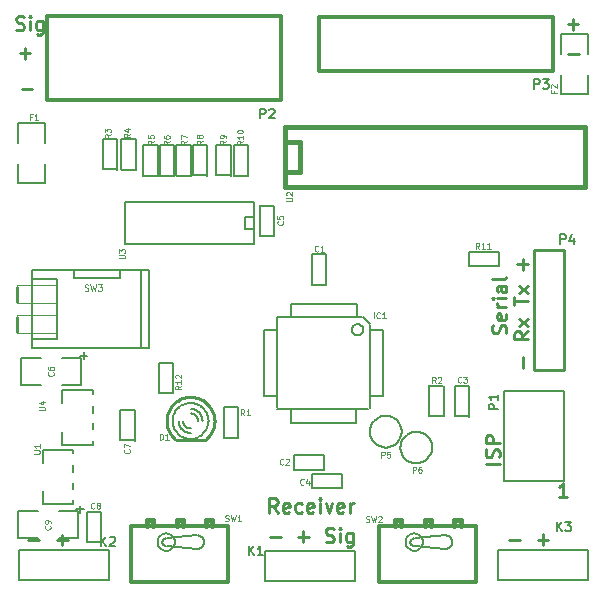
<source format=gto>
G04 (created by PCBNEW-RS274X (2012-01-19 BZR 3256)-stable) date 13/04/2012 18:31:07*
G01*
G70*
G90*
%MOIN*%
G04 Gerber Fmt 3.4, Leading zero omitted, Abs format*
%FSLAX34Y34*%
G04 APERTURE LIST*
%ADD10C,0.006000*%
%ADD11C,0.009800*%
%ADD12C,0.007500*%
%ADD13C,0.008000*%
%ADD14C,0.005000*%
%ADD15C,0.015000*%
%ADD16C,0.007900*%
%ADD17C,0.012000*%
%ADD18C,0.010000*%
%ADD19C,0.011800*%
%ADD20C,0.015700*%
%ADD21C,0.002600*%
%ADD22C,0.003900*%
%ADD23C,0.003500*%
G04 APERTURE END LIST*
G54D10*
G54D11*
X33609Y-23483D02*
X33609Y-23123D01*
X33789Y-22269D02*
X33564Y-22426D01*
X33789Y-22539D02*
X33317Y-22539D01*
X33317Y-22359D01*
X33340Y-22314D01*
X33362Y-22291D01*
X33407Y-22269D01*
X33474Y-22269D01*
X33519Y-22291D01*
X33542Y-22314D01*
X33564Y-22359D01*
X33564Y-22539D01*
X33789Y-22112D02*
X33474Y-21864D01*
X33474Y-22112D02*
X33789Y-21864D01*
X33317Y-21392D02*
X33317Y-21122D01*
X33789Y-21257D02*
X33317Y-21257D01*
X33789Y-21010D02*
X33474Y-20762D01*
X33474Y-21010D02*
X33789Y-20762D01*
X33609Y-20223D02*
X33609Y-19863D01*
X33789Y-20043D02*
X33429Y-20043D01*
X33155Y-29224D02*
X33515Y-29224D01*
X34099Y-29224D02*
X34459Y-29224D01*
X34279Y-29404D02*
X34279Y-29044D01*
X17128Y-29228D02*
X17488Y-29228D01*
X18072Y-29228D02*
X18432Y-29228D01*
X18252Y-29408D02*
X18252Y-29048D01*
X25172Y-29125D02*
X25532Y-29125D01*
X26116Y-29125D02*
X26476Y-29125D01*
X26296Y-29305D02*
X26296Y-28945D01*
X27038Y-29283D02*
X27105Y-29305D01*
X27218Y-29305D01*
X27263Y-29283D01*
X27285Y-29260D01*
X27308Y-29215D01*
X27308Y-29170D01*
X27285Y-29125D01*
X27263Y-29103D01*
X27218Y-29080D01*
X27128Y-29058D01*
X27083Y-29035D01*
X27060Y-29013D01*
X27038Y-28968D01*
X27038Y-28923D01*
X27060Y-28878D01*
X27083Y-28856D01*
X27128Y-28833D01*
X27240Y-28833D01*
X27308Y-28856D01*
X27510Y-29305D02*
X27510Y-28990D01*
X27510Y-28833D02*
X27488Y-28856D01*
X27510Y-28878D01*
X27533Y-28856D01*
X27510Y-28833D01*
X27510Y-28878D01*
X27938Y-28990D02*
X27938Y-29372D01*
X27915Y-29417D01*
X27893Y-29440D01*
X27848Y-29462D01*
X27780Y-29462D01*
X27735Y-29440D01*
X27938Y-29283D02*
X27893Y-29305D01*
X27803Y-29305D01*
X27758Y-29283D01*
X27735Y-29260D01*
X27713Y-29215D01*
X27713Y-29080D01*
X27735Y-29035D01*
X27758Y-29013D01*
X27803Y-28990D01*
X27893Y-28990D01*
X27938Y-29013D01*
X25433Y-28317D02*
X25276Y-28092D01*
X25163Y-28317D02*
X25163Y-27845D01*
X25343Y-27845D01*
X25388Y-27868D01*
X25411Y-27890D01*
X25433Y-27935D01*
X25433Y-28002D01*
X25411Y-28047D01*
X25388Y-28070D01*
X25343Y-28092D01*
X25163Y-28092D01*
X25815Y-28295D02*
X25770Y-28317D01*
X25680Y-28317D01*
X25635Y-28295D01*
X25613Y-28250D01*
X25613Y-28070D01*
X25635Y-28025D01*
X25680Y-28002D01*
X25770Y-28002D01*
X25815Y-28025D01*
X25838Y-28070D01*
X25838Y-28115D01*
X25613Y-28160D01*
X26243Y-28295D02*
X26198Y-28317D01*
X26108Y-28317D01*
X26063Y-28295D01*
X26040Y-28272D01*
X26018Y-28227D01*
X26018Y-28092D01*
X26040Y-28047D01*
X26063Y-28025D01*
X26108Y-28002D01*
X26198Y-28002D01*
X26243Y-28025D01*
X26625Y-28295D02*
X26580Y-28317D01*
X26490Y-28317D01*
X26445Y-28295D01*
X26423Y-28250D01*
X26423Y-28070D01*
X26445Y-28025D01*
X26490Y-28002D01*
X26580Y-28002D01*
X26625Y-28025D01*
X26648Y-28070D01*
X26648Y-28115D01*
X26423Y-28160D01*
X26850Y-28317D02*
X26850Y-28002D01*
X26850Y-27845D02*
X26828Y-27868D01*
X26850Y-27890D01*
X26873Y-27868D01*
X26850Y-27845D01*
X26850Y-27890D01*
X27030Y-28002D02*
X27143Y-28317D01*
X27255Y-28002D01*
X27615Y-28295D02*
X27570Y-28317D01*
X27480Y-28317D01*
X27435Y-28295D01*
X27413Y-28250D01*
X27413Y-28070D01*
X27435Y-28025D01*
X27480Y-28002D01*
X27570Y-28002D01*
X27615Y-28025D01*
X27638Y-28070D01*
X27638Y-28115D01*
X27413Y-28160D01*
X27840Y-28317D02*
X27840Y-28002D01*
X27840Y-28092D02*
X27863Y-28047D01*
X27885Y-28025D01*
X27930Y-28002D01*
X27975Y-28002D01*
X33039Y-22346D02*
X33061Y-22279D01*
X33061Y-22166D01*
X33039Y-22121D01*
X33016Y-22099D01*
X32971Y-22076D01*
X32926Y-22076D01*
X32881Y-22099D01*
X32859Y-22121D01*
X32836Y-22166D01*
X32814Y-22256D01*
X32791Y-22301D01*
X32769Y-22324D01*
X32724Y-22346D01*
X32679Y-22346D01*
X32634Y-22324D01*
X32612Y-22301D01*
X32589Y-22256D01*
X32589Y-22144D01*
X32612Y-22076D01*
X33039Y-21694D02*
X33061Y-21739D01*
X33061Y-21829D01*
X33039Y-21874D01*
X32994Y-21896D01*
X32814Y-21896D01*
X32769Y-21874D01*
X32746Y-21829D01*
X32746Y-21739D01*
X32769Y-21694D01*
X32814Y-21671D01*
X32859Y-21671D01*
X32904Y-21896D01*
X33061Y-21469D02*
X32746Y-21469D01*
X32836Y-21469D02*
X32791Y-21446D01*
X32769Y-21424D01*
X32746Y-21379D01*
X32746Y-21334D01*
X33061Y-21177D02*
X32746Y-21177D01*
X32589Y-21177D02*
X32612Y-21199D01*
X32634Y-21177D01*
X32612Y-21154D01*
X32589Y-21177D01*
X32634Y-21177D01*
X33061Y-20749D02*
X32814Y-20749D01*
X32769Y-20772D01*
X32746Y-20817D01*
X32746Y-20907D01*
X32769Y-20952D01*
X33039Y-20749D02*
X33061Y-20794D01*
X33061Y-20907D01*
X33039Y-20952D01*
X32994Y-20974D01*
X32949Y-20974D01*
X32904Y-20952D01*
X32881Y-20907D01*
X32881Y-20794D01*
X32859Y-20749D01*
X33061Y-20457D02*
X33039Y-20502D01*
X32994Y-20525D01*
X32589Y-20525D01*
X32837Y-26681D02*
X32365Y-26681D01*
X32815Y-26478D02*
X32837Y-26411D01*
X32837Y-26298D01*
X32815Y-26253D01*
X32792Y-26231D01*
X32747Y-26208D01*
X32702Y-26208D01*
X32657Y-26231D01*
X32635Y-26253D01*
X32612Y-26298D01*
X32590Y-26388D01*
X32567Y-26433D01*
X32545Y-26456D01*
X32500Y-26478D01*
X32455Y-26478D01*
X32410Y-26456D01*
X32388Y-26433D01*
X32365Y-26388D01*
X32365Y-26276D01*
X32388Y-26208D01*
X32837Y-26006D02*
X32365Y-26006D01*
X32365Y-25826D01*
X32388Y-25781D01*
X32410Y-25758D01*
X32455Y-25736D01*
X32522Y-25736D01*
X32567Y-25758D01*
X32590Y-25781D01*
X32612Y-25826D01*
X32612Y-26006D01*
X35084Y-27789D02*
X34814Y-27789D01*
X34949Y-27789D02*
X34949Y-27317D01*
X34904Y-27384D01*
X34859Y-27429D01*
X34814Y-27452D01*
X35119Y-13035D02*
X35479Y-13035D01*
X35100Y-12035D02*
X35460Y-12035D01*
X35280Y-12215D02*
X35280Y-11855D01*
X16708Y-12216D02*
X16775Y-12238D01*
X16888Y-12238D01*
X16933Y-12216D01*
X16955Y-12193D01*
X16978Y-12148D01*
X16978Y-12103D01*
X16955Y-12058D01*
X16933Y-12036D01*
X16888Y-12013D01*
X16798Y-11991D01*
X16753Y-11968D01*
X16730Y-11946D01*
X16708Y-11901D01*
X16708Y-11856D01*
X16730Y-11811D01*
X16753Y-11789D01*
X16798Y-11766D01*
X16910Y-11766D01*
X16978Y-11789D01*
X17180Y-12238D02*
X17180Y-11923D01*
X17180Y-11766D02*
X17158Y-11789D01*
X17180Y-11811D01*
X17203Y-11789D01*
X17180Y-11766D01*
X17180Y-11811D01*
X17608Y-11923D02*
X17608Y-12305D01*
X17585Y-12350D01*
X17563Y-12373D01*
X17518Y-12395D01*
X17450Y-12395D01*
X17405Y-12373D01*
X17608Y-12216D02*
X17563Y-12238D01*
X17473Y-12238D01*
X17428Y-12216D01*
X17405Y-12193D01*
X17383Y-12148D01*
X17383Y-12013D01*
X17405Y-11968D01*
X17428Y-11946D01*
X17473Y-11923D01*
X17563Y-11923D01*
X17608Y-11946D01*
X17192Y-13007D02*
X16832Y-13007D01*
X17012Y-13187D02*
X17012Y-12827D01*
X17259Y-14208D02*
X16899Y-14208D01*
G54D12*
X18626Y-26339D02*
X18626Y-26220D01*
X18626Y-26969D02*
X18626Y-26732D01*
X18626Y-27520D02*
X18626Y-27323D01*
X18626Y-28032D02*
X18626Y-27913D01*
X17602Y-27598D02*
X17602Y-28032D01*
X17602Y-26654D02*
X17602Y-26220D01*
X18626Y-26220D02*
X17602Y-26220D01*
X17602Y-28032D02*
X18626Y-28032D01*
G54D13*
X24653Y-19371D02*
X20353Y-19371D01*
X20353Y-19371D02*
X20353Y-17971D01*
X20353Y-17971D02*
X24653Y-17971D01*
X24653Y-17971D02*
X24653Y-19371D01*
X24653Y-18871D02*
X24353Y-18871D01*
X24353Y-18871D02*
X24353Y-18471D01*
X24353Y-18471D02*
X24653Y-18471D01*
G54D14*
X26583Y-19701D02*
X26583Y-20705D01*
X27055Y-20725D02*
X27055Y-19701D01*
X27055Y-19701D02*
X26583Y-19701D01*
X27051Y-20714D02*
X26591Y-20714D01*
X25968Y-26882D02*
X26972Y-26882D01*
X26992Y-26410D02*
X25968Y-26410D01*
X25968Y-26410D02*
X25968Y-26882D01*
X26981Y-26414D02*
X26981Y-26874D01*
X27591Y-27040D02*
X26587Y-27040D01*
X26567Y-27512D02*
X27591Y-27512D01*
X27591Y-27512D02*
X27591Y-27040D01*
X26578Y-27508D02*
X26578Y-27048D01*
X25315Y-19095D02*
X25315Y-18091D01*
X24843Y-18071D02*
X24843Y-19095D01*
X24843Y-19095D02*
X25315Y-19095D01*
X24847Y-18082D02*
X25307Y-18082D01*
G54D15*
X25665Y-15969D02*
X26165Y-15969D01*
X26165Y-15969D02*
X26165Y-16969D01*
X26165Y-16969D02*
X25665Y-16969D01*
X25665Y-15469D02*
X35665Y-15469D01*
X35665Y-15469D02*
X35665Y-17469D01*
X35665Y-17469D02*
X25665Y-17469D01*
X25665Y-17469D02*
X25665Y-15469D01*
G54D10*
X25879Y-25319D02*
X25879Y-24869D01*
X28059Y-25319D02*
X28059Y-24879D01*
X25879Y-25319D02*
X28059Y-25319D01*
X25409Y-24439D02*
X24979Y-24439D01*
X25399Y-22229D02*
X24979Y-22229D01*
X24979Y-22219D02*
X24969Y-24439D01*
X28949Y-22239D02*
X28959Y-24409D01*
X28259Y-21809D02*
X25429Y-21809D01*
X28949Y-24419D02*
X28539Y-24419D01*
X28499Y-22059D02*
X28499Y-24839D01*
X25419Y-24859D02*
X28459Y-24859D01*
X25419Y-21809D02*
X25419Y-24809D01*
X28089Y-21359D02*
X25869Y-21359D01*
X25869Y-21359D02*
X25869Y-21809D01*
X28269Y-21813D02*
X28499Y-22043D01*
X28089Y-21361D02*
X28089Y-21813D01*
X28499Y-22239D02*
X28951Y-22239D01*
X28283Y-22221D02*
X28279Y-22257D01*
X28268Y-22292D01*
X28251Y-22325D01*
X28228Y-22353D01*
X28200Y-22376D01*
X28167Y-22394D01*
X28132Y-22405D01*
X28096Y-22408D01*
X28060Y-22405D01*
X28025Y-22395D01*
X27993Y-22378D01*
X27964Y-22355D01*
X27940Y-22327D01*
X27923Y-22295D01*
X27912Y-22260D01*
X27908Y-22223D01*
X27911Y-22188D01*
X27921Y-22152D01*
X27937Y-22120D01*
X27960Y-22091D01*
X27988Y-22067D01*
X28020Y-22049D01*
X28055Y-22038D01*
X28092Y-22034D01*
X28127Y-22036D01*
X28162Y-22046D01*
X28195Y-22063D01*
X28224Y-22085D01*
X28248Y-22113D01*
X28266Y-22145D01*
X28278Y-22180D01*
X28282Y-22216D01*
X28283Y-22221D01*
G54D14*
X18964Y-22970D02*
X18964Y-23210D01*
X19084Y-23090D02*
X18834Y-23090D01*
X16894Y-23160D02*
X16894Y-24060D01*
X16894Y-24060D02*
X17544Y-24060D01*
X18244Y-23160D02*
X18894Y-23160D01*
X18894Y-23160D02*
X18894Y-24060D01*
X18894Y-24060D02*
X18244Y-24060D01*
X17544Y-23160D02*
X16894Y-23160D01*
X18857Y-28088D02*
X18857Y-28328D01*
X18977Y-28208D02*
X18727Y-28208D01*
X16787Y-28278D02*
X16787Y-29178D01*
X16787Y-29178D02*
X17437Y-29178D01*
X18137Y-28278D02*
X18787Y-28278D01*
X18787Y-28278D02*
X18787Y-29178D01*
X18787Y-29178D02*
X18137Y-29178D01*
X17437Y-28278D02*
X16787Y-28278D01*
X20193Y-24890D02*
X20193Y-25894D01*
X20665Y-25914D02*
X20665Y-24890D01*
X20665Y-24890D02*
X20193Y-24890D01*
X20661Y-25903D02*
X20201Y-25903D01*
X19079Y-28291D02*
X19079Y-29295D01*
X19551Y-29315D02*
X19551Y-28291D01*
X19551Y-28291D02*
X19079Y-28291D01*
X19547Y-29304D02*
X19087Y-29304D01*
X23965Y-16075D02*
X23965Y-17079D01*
X24437Y-17099D02*
X24437Y-16075D01*
X24437Y-16075D02*
X23965Y-16075D01*
X24433Y-17088D02*
X23973Y-17088D01*
X23394Y-16063D02*
X23394Y-17067D01*
X23866Y-17087D02*
X23866Y-16063D01*
X23866Y-16063D02*
X23394Y-16063D01*
X23862Y-17076D02*
X23402Y-17076D01*
X22614Y-16063D02*
X22614Y-17067D01*
X23086Y-17087D02*
X23086Y-16063D01*
X23086Y-16063D02*
X22614Y-16063D01*
X23082Y-17076D02*
X22622Y-17076D01*
X22063Y-16075D02*
X22063Y-17079D01*
X22535Y-17099D02*
X22535Y-16075D01*
X22535Y-16075D02*
X22063Y-16075D01*
X22531Y-17088D02*
X22071Y-17088D01*
X21516Y-16075D02*
X21516Y-17079D01*
X21988Y-17099D02*
X21988Y-16075D01*
X21988Y-16075D02*
X21516Y-16075D01*
X21984Y-17088D02*
X21524Y-17088D01*
X20960Y-16080D02*
X20960Y-17084D01*
X21432Y-17104D02*
X21432Y-16080D01*
X21432Y-16080D02*
X20960Y-16080D01*
X21428Y-17093D02*
X20968Y-17093D01*
X20225Y-15870D02*
X20225Y-16874D01*
X20697Y-16894D02*
X20697Y-15870D01*
X20697Y-15870D02*
X20225Y-15870D01*
X20693Y-16883D02*
X20233Y-16883D01*
X19603Y-15862D02*
X19603Y-16866D01*
X20075Y-16886D02*
X20075Y-15862D01*
X20075Y-15862D02*
X19603Y-15862D01*
X20071Y-16875D02*
X19611Y-16875D01*
X30964Y-25099D02*
X30964Y-24095D01*
X30492Y-24075D02*
X30492Y-25099D01*
X30492Y-25099D02*
X30964Y-25099D01*
X30496Y-24086D02*
X30956Y-24086D01*
X23646Y-24811D02*
X23646Y-25815D01*
X24118Y-25835D02*
X24118Y-24811D01*
X24118Y-24811D02*
X23646Y-24811D01*
X24114Y-25824D02*
X23654Y-25824D01*
X31355Y-24090D02*
X31355Y-25094D01*
X31827Y-25114D02*
X31827Y-24090D01*
X31827Y-24090D02*
X31355Y-24090D01*
X31823Y-25103D02*
X31363Y-25103D01*
G54D13*
X34988Y-24256D02*
X34988Y-27256D01*
X32988Y-27256D02*
X32988Y-24256D01*
X32988Y-24256D02*
X34988Y-24256D01*
X34988Y-27256D02*
X32988Y-27256D01*
G54D16*
X32772Y-29555D02*
X32772Y-30555D01*
X35772Y-30555D02*
X35772Y-29555D01*
G54D13*
X35772Y-30555D02*
X32772Y-30555D01*
X32772Y-29555D02*
X35772Y-29555D01*
G54D16*
X16803Y-29555D02*
X16803Y-30555D01*
X19803Y-30555D02*
X19803Y-29555D01*
G54D13*
X19803Y-30555D02*
X16803Y-30555D01*
X16803Y-29555D02*
X19803Y-29555D01*
G54D16*
X25000Y-29591D02*
X25000Y-30591D01*
X28000Y-30591D02*
X28000Y-29591D01*
G54D13*
X28000Y-30591D02*
X25000Y-30591D01*
X25000Y-29591D02*
X28000Y-29591D01*
G54D17*
X25530Y-14561D02*
X17730Y-14561D01*
X25530Y-12761D02*
X25530Y-14561D01*
X17730Y-14561D02*
X17730Y-12761D01*
X17730Y-13561D02*
X17730Y-11761D01*
X17730Y-11761D02*
X25530Y-11761D01*
X25530Y-11761D02*
X25530Y-13561D01*
X26820Y-13581D02*
X26820Y-11781D01*
X26820Y-11781D02*
X34620Y-11781D01*
X34620Y-11781D02*
X34620Y-13581D01*
X34620Y-13581D02*
X26820Y-13581D01*
G54D14*
X16782Y-17339D02*
X17682Y-17339D01*
X17682Y-17339D02*
X17682Y-16689D01*
X16782Y-15989D02*
X16782Y-15339D01*
X16782Y-15339D02*
X17682Y-15339D01*
X17682Y-15339D02*
X17682Y-15989D01*
X16782Y-16689D02*
X16782Y-17339D01*
X35790Y-12380D02*
X34890Y-12380D01*
X34890Y-12380D02*
X34890Y-13030D01*
X35790Y-13730D02*
X35790Y-14380D01*
X35790Y-14380D02*
X34890Y-14380D01*
X34890Y-14380D02*
X34890Y-13730D01*
X35790Y-13030D02*
X35790Y-12380D01*
G54D18*
X33990Y-23570D02*
X33990Y-19570D01*
X34990Y-23570D02*
X34990Y-19570D01*
X34990Y-19570D02*
X33990Y-19570D01*
X33990Y-23570D02*
X34990Y-23570D01*
G54D14*
X29569Y-25620D02*
X29558Y-25722D01*
X29529Y-25821D01*
X29480Y-25912D01*
X29415Y-25992D01*
X29335Y-26058D01*
X29244Y-26107D01*
X29146Y-26138D01*
X29043Y-26148D01*
X28941Y-26139D01*
X28842Y-26110D01*
X28751Y-26062D01*
X28670Y-25997D01*
X28604Y-25918D01*
X28554Y-25828D01*
X28523Y-25729D01*
X28512Y-25627D01*
X28520Y-25525D01*
X28549Y-25426D01*
X28596Y-25334D01*
X28660Y-25253D01*
X28739Y-25186D01*
X28829Y-25136D01*
X28927Y-25104D01*
X29029Y-25092D01*
X29131Y-25100D01*
X29231Y-25127D01*
X29323Y-25174D01*
X29404Y-25237D01*
X29472Y-25316D01*
X29523Y-25405D01*
X29555Y-25503D01*
X29568Y-25606D01*
X29569Y-25620D01*
X30579Y-26150D02*
X30568Y-26252D01*
X30539Y-26351D01*
X30490Y-26442D01*
X30425Y-26522D01*
X30345Y-26588D01*
X30254Y-26637D01*
X30156Y-26668D01*
X30053Y-26678D01*
X29951Y-26669D01*
X29852Y-26640D01*
X29761Y-26592D01*
X29680Y-26527D01*
X29614Y-26448D01*
X29564Y-26358D01*
X29533Y-26259D01*
X29522Y-26157D01*
X29530Y-26055D01*
X29559Y-25956D01*
X29606Y-25864D01*
X29670Y-25783D01*
X29749Y-25716D01*
X29839Y-25666D01*
X29937Y-25634D01*
X30039Y-25622D01*
X30141Y-25630D01*
X30241Y-25657D01*
X30333Y-25704D01*
X30414Y-25767D01*
X30482Y-25846D01*
X30533Y-25935D01*
X30565Y-26033D01*
X30578Y-26136D01*
X30579Y-26150D01*
X31799Y-20090D02*
X32803Y-20090D01*
X32823Y-19618D02*
X31799Y-19618D01*
X31799Y-19618D02*
X31799Y-20090D01*
X32812Y-19622D02*
X32812Y-20082D01*
G54D19*
X32060Y-30630D02*
X32060Y-28750D01*
X28820Y-30630D02*
X32060Y-30630D01*
X28820Y-28760D02*
X28820Y-30630D01*
X32060Y-28750D02*
X28820Y-28760D01*
G54D16*
X30281Y-29300D02*
X30275Y-29356D01*
X30259Y-29410D01*
X30232Y-29461D01*
X30196Y-29505D01*
X30152Y-29541D01*
X30102Y-29568D01*
X30048Y-29585D01*
X29992Y-29590D01*
X29936Y-29585D01*
X29881Y-29569D01*
X29831Y-29543D01*
X29787Y-29507D01*
X29750Y-29464D01*
X29723Y-29414D01*
X29706Y-29360D01*
X29700Y-29304D01*
X29704Y-29248D01*
X29720Y-29193D01*
X29746Y-29143D01*
X29781Y-29098D01*
X29824Y-29062D01*
X29874Y-29034D01*
X29928Y-29016D01*
X29984Y-29010D01*
X30040Y-29014D01*
X30095Y-29029D01*
X30145Y-29055D01*
X30190Y-29090D01*
X30227Y-29133D01*
X30255Y-29182D01*
X30273Y-29236D01*
X30280Y-29292D01*
X30281Y-29300D01*
X30000Y-29430D02*
X31020Y-29520D01*
X31021Y-29519D02*
X31039Y-29519D01*
X31058Y-29518D01*
X31077Y-29514D01*
X31095Y-29509D01*
X31113Y-29503D01*
X31131Y-29495D01*
X31147Y-29485D01*
X31163Y-29474D01*
X31178Y-29462D01*
X31191Y-29448D01*
X31204Y-29434D01*
X31215Y-29418D01*
X31224Y-29401D01*
X31233Y-29384D01*
X31239Y-29366D01*
X31244Y-29347D01*
X31248Y-29329D01*
X31249Y-29309D01*
X31249Y-29299D02*
X31249Y-29281D01*
X31248Y-29262D01*
X31244Y-29243D01*
X31239Y-29225D01*
X31233Y-29207D01*
X31225Y-29189D01*
X31215Y-29173D01*
X31204Y-29157D01*
X31192Y-29142D01*
X31178Y-29129D01*
X31164Y-29116D01*
X31148Y-29105D01*
X31131Y-29096D01*
X31114Y-29087D01*
X31096Y-29081D01*
X31077Y-29076D01*
X31059Y-29072D01*
X31039Y-29071D01*
X29990Y-29170D02*
X29979Y-29171D01*
X29968Y-29172D01*
X29957Y-29175D01*
X29946Y-29178D01*
X29936Y-29183D01*
X29926Y-29188D01*
X29916Y-29194D01*
X29907Y-29201D01*
X29899Y-29209D01*
X29891Y-29217D01*
X29884Y-29226D01*
X29878Y-29235D01*
X29873Y-29246D01*
X29868Y-29256D01*
X29865Y-29267D01*
X29862Y-29278D01*
X29861Y-29289D01*
X29860Y-29300D01*
X29861Y-29309D02*
X29862Y-29321D01*
X29865Y-29332D01*
X29868Y-29343D01*
X29872Y-29353D01*
X29877Y-29363D01*
X29883Y-29373D01*
X29890Y-29382D01*
X29898Y-29390D01*
X29906Y-29398D01*
X29915Y-29405D01*
X29924Y-29411D01*
X29934Y-29417D01*
X29945Y-29421D01*
X29956Y-29425D01*
X29967Y-29427D01*
X29978Y-29429D01*
X29989Y-29429D01*
X29999Y-29429D01*
X30000Y-29170D02*
X31030Y-29070D01*
G54D20*
X31310Y-28560D02*
X31310Y-28750D01*
X31530Y-28560D02*
X31530Y-28750D01*
X30540Y-28570D02*
X30340Y-28570D01*
X30340Y-28570D02*
X30340Y-28750D01*
X30540Y-28570D02*
X30540Y-28750D01*
X29340Y-28560D02*
X29340Y-28750D01*
X29550Y-28560D02*
X29550Y-28750D01*
X29540Y-28560D02*
X29340Y-28560D01*
X31530Y-28560D02*
X31310Y-28560D01*
G54D19*
X23790Y-30630D02*
X23790Y-28750D01*
X20550Y-30630D02*
X23790Y-30630D01*
X20550Y-28760D02*
X20550Y-30630D01*
X23790Y-28750D02*
X20550Y-28760D01*
G54D16*
X22011Y-29300D02*
X22005Y-29356D01*
X21989Y-29410D01*
X21962Y-29461D01*
X21926Y-29505D01*
X21882Y-29541D01*
X21832Y-29568D01*
X21778Y-29585D01*
X21722Y-29590D01*
X21666Y-29585D01*
X21611Y-29569D01*
X21561Y-29543D01*
X21517Y-29507D01*
X21480Y-29464D01*
X21453Y-29414D01*
X21436Y-29360D01*
X21430Y-29304D01*
X21434Y-29248D01*
X21450Y-29193D01*
X21476Y-29143D01*
X21511Y-29098D01*
X21554Y-29062D01*
X21604Y-29034D01*
X21658Y-29016D01*
X21714Y-29010D01*
X21770Y-29014D01*
X21825Y-29029D01*
X21875Y-29055D01*
X21920Y-29090D01*
X21957Y-29133D01*
X21985Y-29182D01*
X22003Y-29236D01*
X22010Y-29292D01*
X22011Y-29300D01*
X21730Y-29430D02*
X22750Y-29520D01*
X22751Y-29519D02*
X22769Y-29519D01*
X22788Y-29518D01*
X22807Y-29514D01*
X22825Y-29509D01*
X22843Y-29503D01*
X22861Y-29495D01*
X22877Y-29485D01*
X22893Y-29474D01*
X22908Y-29462D01*
X22921Y-29448D01*
X22934Y-29434D01*
X22945Y-29418D01*
X22954Y-29401D01*
X22963Y-29384D01*
X22969Y-29366D01*
X22974Y-29347D01*
X22978Y-29329D01*
X22979Y-29309D01*
X22979Y-29299D02*
X22979Y-29281D01*
X22978Y-29262D01*
X22974Y-29243D01*
X22969Y-29225D01*
X22963Y-29207D01*
X22955Y-29189D01*
X22945Y-29173D01*
X22934Y-29157D01*
X22922Y-29142D01*
X22908Y-29129D01*
X22894Y-29116D01*
X22878Y-29105D01*
X22861Y-29096D01*
X22844Y-29087D01*
X22826Y-29081D01*
X22807Y-29076D01*
X22789Y-29072D01*
X22769Y-29071D01*
X21720Y-29170D02*
X21709Y-29171D01*
X21698Y-29172D01*
X21687Y-29175D01*
X21676Y-29178D01*
X21666Y-29183D01*
X21656Y-29188D01*
X21646Y-29194D01*
X21637Y-29201D01*
X21629Y-29209D01*
X21621Y-29217D01*
X21614Y-29226D01*
X21608Y-29235D01*
X21603Y-29246D01*
X21598Y-29256D01*
X21595Y-29267D01*
X21592Y-29278D01*
X21591Y-29289D01*
X21590Y-29300D01*
X21591Y-29309D02*
X21592Y-29321D01*
X21595Y-29332D01*
X21598Y-29343D01*
X21602Y-29353D01*
X21607Y-29363D01*
X21613Y-29373D01*
X21620Y-29382D01*
X21628Y-29390D01*
X21636Y-29398D01*
X21645Y-29405D01*
X21654Y-29411D01*
X21664Y-29417D01*
X21675Y-29421D01*
X21686Y-29425D01*
X21697Y-29427D01*
X21708Y-29429D01*
X21719Y-29429D01*
X21729Y-29429D01*
X21730Y-29170D02*
X22760Y-29070D01*
G54D20*
X23040Y-28560D02*
X23040Y-28750D01*
X23260Y-28560D02*
X23260Y-28750D01*
X22270Y-28570D02*
X22070Y-28570D01*
X22070Y-28570D02*
X22070Y-28750D01*
X22270Y-28570D02*
X22270Y-28750D01*
X21070Y-28560D02*
X21070Y-28750D01*
X21280Y-28560D02*
X21280Y-28750D01*
X21270Y-28560D02*
X21070Y-28560D01*
X23260Y-28560D02*
X23040Y-28560D01*
G54D14*
X21945Y-24347D02*
X21945Y-23343D01*
X21473Y-23323D02*
X21473Y-24347D01*
X21473Y-24347D02*
X21945Y-24347D01*
X21477Y-23334D02*
X21937Y-23334D01*
G54D12*
X19264Y-24363D02*
X19264Y-24244D01*
X19264Y-24993D02*
X19264Y-24756D01*
X19264Y-25544D02*
X19264Y-25347D01*
X19264Y-26056D02*
X19264Y-25937D01*
X18240Y-25622D02*
X18240Y-26056D01*
X18240Y-24678D02*
X18240Y-24244D01*
X19264Y-24244D02*
X18240Y-24244D01*
X18240Y-26056D02*
X19264Y-26056D01*
G54D21*
X16739Y-20739D02*
X16739Y-21339D01*
X16739Y-21339D02*
X18089Y-21339D01*
X18089Y-20739D02*
X18089Y-21339D01*
X16739Y-20739D02*
X18089Y-20739D01*
X16739Y-21739D02*
X16739Y-22339D01*
X16739Y-22339D02*
X18089Y-22339D01*
X18089Y-21739D02*
X18089Y-22339D01*
X16739Y-21739D02*
X18089Y-21739D01*
G54D10*
X17239Y-20239D02*
X17239Y-20539D01*
X17239Y-20539D02*
X17239Y-22539D01*
X21139Y-22839D02*
X21139Y-20239D01*
G54D18*
X16739Y-20789D02*
X16739Y-21289D01*
X16739Y-21789D02*
X16739Y-22289D01*
G54D10*
X20889Y-21339D02*
X20889Y-20739D01*
X17239Y-22839D02*
X20889Y-22839D01*
X21139Y-20239D02*
X20889Y-20239D01*
X20189Y-20239D02*
X20189Y-20489D01*
X18639Y-20489D02*
X20189Y-20489D01*
X18639Y-20489D02*
X18639Y-20239D01*
X20189Y-20239D02*
X18639Y-20239D01*
X18639Y-20239D02*
X17239Y-20239D01*
X18089Y-20539D02*
X17239Y-20539D01*
X18089Y-20539D02*
X18089Y-22539D01*
X18089Y-22539D02*
X17239Y-22539D01*
X17239Y-22539D02*
X17239Y-22839D01*
X20889Y-20739D02*
X20889Y-20239D01*
X20889Y-20239D02*
X20189Y-20239D01*
X20889Y-21339D02*
X20889Y-21739D01*
X20889Y-22339D02*
X20889Y-21739D01*
X20889Y-22839D02*
X20889Y-22339D01*
X20889Y-22839D02*
X21139Y-22839D01*
G54D18*
X22031Y-25881D02*
X23031Y-25881D01*
G54D10*
X22915Y-24801D02*
X22873Y-24769D01*
X22829Y-24741D01*
X22782Y-24717D01*
X22734Y-24697D01*
X22684Y-24681D01*
X22633Y-24670D01*
X22581Y-24664D01*
X22531Y-24661D01*
X22531Y-24662D02*
X22479Y-24665D01*
X22427Y-24672D01*
X22376Y-24683D01*
X22327Y-24699D01*
X22278Y-24719D01*
X22232Y-24743D01*
X22188Y-24771D01*
X22146Y-24803D01*
X22134Y-24814D01*
X22531Y-25860D02*
X22583Y-25857D01*
X22635Y-25850D01*
X22686Y-25839D01*
X22735Y-25823D01*
X22784Y-25803D01*
X22830Y-25779D01*
X22874Y-25751D01*
X22916Y-25719D01*
X22920Y-25715D01*
X22147Y-25721D02*
X22189Y-25753D01*
X22233Y-25781D01*
X22280Y-25805D01*
X22328Y-25825D01*
X22378Y-25841D01*
X22429Y-25852D01*
X22481Y-25858D01*
X22531Y-25861D01*
X22880Y-25748D02*
X22921Y-25716D01*
X22959Y-25680D01*
X22994Y-25641D01*
X23026Y-25599D01*
X23053Y-25555D01*
X23077Y-25508D01*
X23096Y-25460D01*
X23112Y-25410D01*
X23122Y-25358D01*
X23129Y-25307D01*
X23131Y-25261D01*
X23131Y-25261D02*
X23128Y-25209D01*
X23121Y-25157D01*
X23110Y-25106D01*
X23094Y-25056D01*
X23074Y-25008D01*
X23050Y-24962D01*
X23022Y-24917D01*
X22990Y-24876D01*
X22955Y-24837D01*
X22916Y-24802D01*
X22891Y-24782D01*
X21932Y-25261D02*
X21935Y-25313D01*
X21942Y-25365D01*
X21953Y-25416D01*
X21969Y-25465D01*
X21989Y-25514D01*
X22013Y-25560D01*
X22041Y-25604D01*
X22073Y-25646D01*
X22108Y-25684D01*
X22146Y-25719D01*
X22164Y-25733D01*
X22163Y-24788D02*
X22123Y-24822D01*
X22086Y-24859D01*
X22053Y-24900D01*
X22023Y-24943D01*
X21997Y-24988D01*
X21976Y-25036D01*
X21958Y-25085D01*
X21945Y-25136D01*
X21936Y-25187D01*
X21932Y-25240D01*
X21931Y-25261D01*
X22781Y-25261D02*
X22780Y-25240D01*
X22777Y-25218D01*
X22772Y-25197D01*
X22765Y-25176D01*
X22757Y-25156D01*
X22747Y-25137D01*
X22735Y-25118D01*
X22722Y-25101D01*
X22707Y-25085D01*
X22691Y-25070D01*
X22674Y-25057D01*
X22656Y-25045D01*
X22636Y-25035D01*
X22616Y-25027D01*
X22595Y-25020D01*
X22574Y-25015D01*
X22552Y-25012D01*
X22531Y-25011D01*
X22931Y-25261D02*
X22929Y-25227D01*
X22924Y-25192D01*
X22917Y-25158D01*
X22906Y-25125D01*
X22893Y-25092D01*
X22877Y-25062D01*
X22858Y-25032D01*
X22837Y-25004D01*
X22813Y-24979D01*
X22788Y-24955D01*
X22760Y-24934D01*
X22731Y-24915D01*
X22700Y-24899D01*
X22667Y-24886D01*
X22634Y-24875D01*
X22600Y-24868D01*
X22565Y-24863D01*
X22531Y-24861D01*
X22281Y-25261D02*
X22282Y-25282D01*
X22285Y-25304D01*
X22290Y-25325D01*
X22297Y-25346D01*
X22305Y-25366D01*
X22315Y-25385D01*
X22327Y-25404D01*
X22340Y-25421D01*
X22355Y-25437D01*
X22371Y-25452D01*
X22388Y-25465D01*
X22407Y-25477D01*
X22426Y-25487D01*
X22446Y-25495D01*
X22467Y-25502D01*
X22488Y-25507D01*
X22510Y-25510D01*
X22531Y-25511D01*
X22131Y-25261D02*
X22133Y-25295D01*
X22138Y-25330D01*
X22145Y-25364D01*
X22156Y-25397D01*
X22169Y-25430D01*
X22185Y-25460D01*
X22204Y-25490D01*
X22225Y-25518D01*
X22249Y-25543D01*
X22274Y-25567D01*
X22302Y-25588D01*
X22332Y-25607D01*
X22362Y-25623D01*
X22395Y-25636D01*
X22428Y-25647D01*
X22462Y-25654D01*
X22497Y-25659D01*
X22531Y-25661D01*
G54D18*
X23044Y-25874D02*
X23095Y-25827D01*
X23142Y-25776D01*
X23185Y-25721D01*
X23223Y-25662D01*
X23255Y-25600D01*
X23282Y-25535D01*
X23303Y-25469D01*
X23318Y-25401D01*
X23327Y-25332D01*
X23330Y-25262D01*
X23331Y-25261D01*
X23330Y-25261D02*
X23326Y-25192D01*
X23317Y-25123D01*
X23302Y-25055D01*
X23281Y-24988D01*
X23255Y-24924D01*
X23222Y-24862D01*
X23185Y-24803D01*
X23143Y-24748D01*
X23095Y-24697D01*
X23044Y-24649D01*
X22989Y-24607D01*
X22930Y-24570D01*
X22907Y-24557D01*
X21734Y-25262D02*
X21737Y-25331D01*
X21746Y-25400D01*
X21761Y-25468D01*
X21782Y-25535D01*
X21809Y-25599D01*
X21841Y-25661D01*
X21879Y-25719D01*
X21921Y-25775D01*
X21968Y-25826D01*
X22016Y-25870D01*
X22134Y-24567D02*
X22075Y-24605D01*
X22019Y-24647D01*
X21968Y-24694D01*
X21920Y-24745D01*
X21878Y-24800D01*
X21840Y-24859D01*
X21808Y-24921D01*
X21781Y-24985D01*
X21759Y-25052D01*
X21744Y-25120D01*
X21735Y-25189D01*
X21732Y-25259D01*
X21731Y-25261D01*
X22910Y-24557D02*
X22847Y-24527D01*
X22782Y-24502D01*
X22715Y-24483D01*
X22646Y-24470D01*
X22577Y-24463D01*
X22531Y-24461D01*
X22531Y-24462D02*
X22462Y-24466D01*
X22393Y-24475D01*
X22325Y-24490D01*
X22258Y-24511D01*
X22194Y-24537D01*
X22132Y-24570D01*
X22113Y-24581D01*
G54D22*
X17311Y-26351D02*
X17471Y-26351D01*
X17489Y-26342D01*
X17499Y-26332D01*
X17508Y-26314D01*
X17508Y-26276D01*
X17499Y-26257D01*
X17489Y-26248D01*
X17471Y-26239D01*
X17311Y-26239D01*
X17508Y-26042D02*
X17508Y-26154D01*
X17508Y-26098D02*
X17311Y-26098D01*
X17339Y-26117D01*
X17358Y-26136D01*
X17368Y-26154D01*
X20146Y-19847D02*
X20306Y-19847D01*
X20324Y-19838D01*
X20334Y-19828D01*
X20343Y-19810D01*
X20343Y-19772D01*
X20334Y-19753D01*
X20324Y-19744D01*
X20306Y-19735D01*
X20146Y-19735D01*
X20146Y-19660D02*
X20146Y-19538D01*
X20221Y-19604D01*
X20221Y-19575D01*
X20231Y-19557D01*
X20240Y-19547D01*
X20259Y-19538D01*
X20306Y-19538D01*
X20324Y-19547D01*
X20334Y-19557D01*
X20343Y-19575D01*
X20343Y-19632D01*
X20334Y-19650D01*
X20324Y-19660D01*
X26794Y-19595D02*
X26785Y-19605D01*
X26757Y-19614D01*
X26738Y-19614D01*
X26710Y-19605D01*
X26691Y-19586D01*
X26682Y-19567D01*
X26673Y-19530D01*
X26673Y-19502D01*
X26682Y-19464D01*
X26691Y-19445D01*
X26710Y-19427D01*
X26738Y-19417D01*
X26757Y-19417D01*
X26785Y-19427D01*
X26794Y-19436D01*
X26982Y-19614D02*
X26870Y-19614D01*
X26926Y-19614D02*
X26926Y-19417D01*
X26907Y-19445D01*
X26888Y-19464D01*
X26870Y-19474D01*
X25624Y-26702D02*
X25615Y-26712D01*
X25587Y-26721D01*
X25568Y-26721D01*
X25540Y-26712D01*
X25521Y-26693D01*
X25512Y-26674D01*
X25503Y-26637D01*
X25503Y-26609D01*
X25512Y-26571D01*
X25521Y-26552D01*
X25540Y-26534D01*
X25568Y-26524D01*
X25587Y-26524D01*
X25615Y-26534D01*
X25624Y-26543D01*
X25700Y-26543D02*
X25709Y-26534D01*
X25728Y-26524D01*
X25775Y-26524D01*
X25793Y-26534D01*
X25803Y-26543D01*
X25812Y-26562D01*
X25812Y-26581D01*
X25803Y-26609D01*
X25690Y-26721D01*
X25812Y-26721D01*
X26302Y-27371D02*
X26293Y-27381D01*
X26265Y-27390D01*
X26246Y-27390D01*
X26218Y-27381D01*
X26199Y-27362D01*
X26190Y-27343D01*
X26181Y-27306D01*
X26181Y-27278D01*
X26190Y-27240D01*
X26199Y-27221D01*
X26218Y-27203D01*
X26246Y-27193D01*
X26265Y-27193D01*
X26293Y-27203D01*
X26302Y-27212D01*
X26471Y-27259D02*
X26471Y-27390D01*
X26424Y-27184D02*
X26378Y-27325D01*
X26499Y-27325D01*
X25599Y-18608D02*
X25609Y-18617D01*
X25618Y-18645D01*
X25618Y-18664D01*
X25609Y-18692D01*
X25590Y-18711D01*
X25571Y-18720D01*
X25534Y-18729D01*
X25506Y-18729D01*
X25468Y-18720D01*
X25449Y-18711D01*
X25431Y-18692D01*
X25421Y-18664D01*
X25421Y-18645D01*
X25431Y-18617D01*
X25440Y-18608D01*
X25421Y-18429D02*
X25421Y-18523D01*
X25515Y-18532D01*
X25506Y-18523D01*
X25496Y-18504D01*
X25496Y-18457D01*
X25506Y-18439D01*
X25515Y-18429D01*
X25534Y-18420D01*
X25581Y-18420D01*
X25599Y-18429D01*
X25609Y-18439D01*
X25618Y-18457D01*
X25618Y-18504D01*
X25609Y-18523D01*
X25599Y-18532D01*
X25728Y-17941D02*
X25888Y-17941D01*
X25906Y-17932D01*
X25916Y-17922D01*
X25925Y-17904D01*
X25925Y-17866D01*
X25916Y-17847D01*
X25906Y-17838D01*
X25888Y-17829D01*
X25728Y-17829D01*
X25747Y-17744D02*
X25738Y-17735D01*
X25728Y-17716D01*
X25728Y-17669D01*
X25738Y-17651D01*
X25747Y-17641D01*
X25766Y-17632D01*
X25785Y-17632D01*
X25813Y-17641D01*
X25925Y-17754D01*
X25925Y-17632D01*
X28639Y-21843D02*
X28639Y-21646D01*
X28845Y-21824D02*
X28836Y-21834D01*
X28808Y-21843D01*
X28789Y-21843D01*
X28761Y-21834D01*
X28742Y-21815D01*
X28733Y-21796D01*
X28724Y-21759D01*
X28724Y-21731D01*
X28733Y-21693D01*
X28742Y-21674D01*
X28761Y-21656D01*
X28789Y-21646D01*
X28808Y-21646D01*
X28836Y-21656D01*
X28845Y-21665D01*
X29033Y-21843D02*
X28921Y-21843D01*
X28977Y-21843D02*
X28977Y-21646D01*
X28958Y-21674D01*
X28939Y-21693D01*
X28921Y-21703D01*
X17954Y-23643D02*
X17964Y-23652D01*
X17973Y-23680D01*
X17973Y-23699D01*
X17964Y-23727D01*
X17945Y-23746D01*
X17926Y-23755D01*
X17889Y-23764D01*
X17861Y-23764D01*
X17823Y-23755D01*
X17804Y-23746D01*
X17786Y-23727D01*
X17776Y-23699D01*
X17776Y-23680D01*
X17786Y-23652D01*
X17795Y-23643D01*
X17776Y-23474D02*
X17776Y-23511D01*
X17786Y-23530D01*
X17795Y-23539D01*
X17823Y-23558D01*
X17861Y-23567D01*
X17936Y-23567D01*
X17954Y-23558D01*
X17964Y-23549D01*
X17973Y-23530D01*
X17973Y-23492D01*
X17964Y-23474D01*
X17954Y-23464D01*
X17936Y-23455D01*
X17889Y-23455D01*
X17870Y-23464D01*
X17861Y-23474D01*
X17851Y-23492D01*
X17851Y-23530D01*
X17861Y-23549D01*
X17870Y-23558D01*
X17889Y-23567D01*
X17847Y-28761D02*
X17857Y-28770D01*
X17866Y-28798D01*
X17866Y-28817D01*
X17857Y-28845D01*
X17838Y-28864D01*
X17819Y-28873D01*
X17782Y-28882D01*
X17754Y-28882D01*
X17716Y-28873D01*
X17697Y-28864D01*
X17679Y-28845D01*
X17669Y-28817D01*
X17669Y-28798D01*
X17679Y-28770D01*
X17688Y-28761D01*
X17866Y-28667D02*
X17866Y-28629D01*
X17857Y-28610D01*
X17847Y-28601D01*
X17819Y-28582D01*
X17782Y-28573D01*
X17707Y-28573D01*
X17688Y-28582D01*
X17679Y-28592D01*
X17669Y-28610D01*
X17669Y-28648D01*
X17679Y-28667D01*
X17688Y-28676D01*
X17707Y-28685D01*
X17754Y-28685D01*
X17772Y-28676D01*
X17782Y-28667D01*
X17791Y-28648D01*
X17791Y-28610D01*
X17782Y-28592D01*
X17772Y-28582D01*
X17754Y-28573D01*
X20493Y-26211D02*
X20503Y-26220D01*
X20512Y-26248D01*
X20512Y-26267D01*
X20503Y-26295D01*
X20484Y-26314D01*
X20465Y-26323D01*
X20428Y-26332D01*
X20400Y-26332D01*
X20362Y-26323D01*
X20343Y-26314D01*
X20325Y-26295D01*
X20315Y-26267D01*
X20315Y-26248D01*
X20325Y-26220D01*
X20334Y-26211D01*
X20315Y-26145D02*
X20315Y-26014D01*
X20512Y-26098D01*
X19325Y-28170D02*
X19316Y-28180D01*
X19288Y-28189D01*
X19269Y-28189D01*
X19241Y-28180D01*
X19222Y-28161D01*
X19213Y-28142D01*
X19204Y-28105D01*
X19204Y-28077D01*
X19213Y-28039D01*
X19222Y-28020D01*
X19241Y-28002D01*
X19269Y-27992D01*
X19288Y-27992D01*
X19316Y-28002D01*
X19325Y-28011D01*
X19438Y-28077D02*
X19419Y-28067D01*
X19410Y-28058D01*
X19401Y-28039D01*
X19401Y-28030D01*
X19410Y-28011D01*
X19419Y-28002D01*
X19438Y-27992D01*
X19476Y-27992D01*
X19494Y-28002D01*
X19504Y-28011D01*
X19513Y-28030D01*
X19513Y-28039D01*
X19504Y-28058D01*
X19494Y-28067D01*
X19476Y-28077D01*
X19438Y-28077D01*
X19419Y-28086D01*
X19410Y-28095D01*
X19401Y-28114D01*
X19401Y-28152D01*
X19410Y-28170D01*
X19419Y-28180D01*
X19438Y-28189D01*
X19476Y-28189D01*
X19494Y-28180D01*
X19504Y-28170D01*
X19513Y-28152D01*
X19513Y-28114D01*
X19504Y-28095D01*
X19494Y-28086D01*
X19476Y-28077D01*
X24280Y-15938D02*
X24186Y-16003D01*
X24280Y-16050D02*
X24083Y-16050D01*
X24083Y-15975D01*
X24093Y-15956D01*
X24102Y-15947D01*
X24121Y-15938D01*
X24149Y-15938D01*
X24168Y-15947D01*
X24177Y-15956D01*
X24186Y-15975D01*
X24186Y-16050D01*
X24280Y-15750D02*
X24280Y-15862D01*
X24280Y-15806D02*
X24083Y-15806D01*
X24111Y-15825D01*
X24130Y-15844D01*
X24140Y-15862D01*
X24083Y-15628D02*
X24083Y-15609D01*
X24093Y-15590D01*
X24102Y-15581D01*
X24121Y-15571D01*
X24158Y-15562D01*
X24205Y-15562D01*
X24243Y-15571D01*
X24261Y-15581D01*
X24271Y-15590D01*
X24280Y-15609D01*
X24280Y-15628D01*
X24271Y-15646D01*
X24261Y-15656D01*
X24243Y-15665D01*
X24205Y-15674D01*
X24158Y-15674D01*
X24121Y-15665D01*
X24102Y-15656D01*
X24093Y-15646D01*
X24083Y-15628D01*
X23709Y-15923D02*
X23615Y-15988D01*
X23709Y-16035D02*
X23512Y-16035D01*
X23512Y-15960D01*
X23522Y-15941D01*
X23531Y-15932D01*
X23550Y-15923D01*
X23578Y-15923D01*
X23597Y-15932D01*
X23606Y-15941D01*
X23615Y-15960D01*
X23615Y-16035D01*
X23709Y-15829D02*
X23709Y-15791D01*
X23700Y-15772D01*
X23690Y-15763D01*
X23662Y-15744D01*
X23625Y-15735D01*
X23550Y-15735D01*
X23531Y-15744D01*
X23522Y-15754D01*
X23512Y-15772D01*
X23512Y-15810D01*
X23522Y-15829D01*
X23531Y-15838D01*
X23550Y-15847D01*
X23597Y-15847D01*
X23615Y-15838D01*
X23625Y-15829D01*
X23634Y-15810D01*
X23634Y-15772D01*
X23625Y-15754D01*
X23615Y-15744D01*
X23597Y-15735D01*
X22937Y-15915D02*
X22843Y-15980D01*
X22937Y-16027D02*
X22740Y-16027D01*
X22740Y-15952D01*
X22750Y-15933D01*
X22759Y-15924D01*
X22778Y-15915D01*
X22806Y-15915D01*
X22825Y-15924D01*
X22834Y-15933D01*
X22843Y-15952D01*
X22843Y-16027D01*
X22825Y-15802D02*
X22815Y-15821D01*
X22806Y-15830D01*
X22787Y-15839D01*
X22778Y-15839D01*
X22759Y-15830D01*
X22750Y-15821D01*
X22740Y-15802D01*
X22740Y-15764D01*
X22750Y-15746D01*
X22759Y-15736D01*
X22778Y-15727D01*
X22787Y-15727D01*
X22806Y-15736D01*
X22815Y-15746D01*
X22825Y-15764D01*
X22825Y-15802D01*
X22834Y-15821D01*
X22843Y-15830D01*
X22862Y-15839D01*
X22900Y-15839D01*
X22918Y-15830D01*
X22928Y-15821D01*
X22937Y-15802D01*
X22937Y-15764D01*
X22928Y-15746D01*
X22918Y-15736D01*
X22900Y-15727D01*
X22862Y-15727D01*
X22843Y-15736D01*
X22834Y-15746D01*
X22825Y-15764D01*
X22398Y-15923D02*
X22304Y-15988D01*
X22398Y-16035D02*
X22201Y-16035D01*
X22201Y-15960D01*
X22211Y-15941D01*
X22220Y-15932D01*
X22239Y-15923D01*
X22267Y-15923D01*
X22286Y-15932D01*
X22295Y-15941D01*
X22304Y-15960D01*
X22304Y-16035D01*
X22201Y-15857D02*
X22201Y-15726D01*
X22398Y-15810D01*
X21831Y-15931D02*
X21737Y-15996D01*
X21831Y-16043D02*
X21634Y-16043D01*
X21634Y-15968D01*
X21644Y-15949D01*
X21653Y-15940D01*
X21672Y-15931D01*
X21700Y-15931D01*
X21719Y-15940D01*
X21728Y-15949D01*
X21737Y-15968D01*
X21737Y-16043D01*
X21634Y-15762D02*
X21634Y-15799D01*
X21644Y-15818D01*
X21653Y-15827D01*
X21681Y-15846D01*
X21719Y-15855D01*
X21794Y-15855D01*
X21812Y-15846D01*
X21822Y-15837D01*
X21831Y-15818D01*
X21831Y-15780D01*
X21822Y-15762D01*
X21812Y-15752D01*
X21794Y-15743D01*
X21747Y-15743D01*
X21728Y-15752D01*
X21719Y-15762D01*
X21709Y-15780D01*
X21709Y-15818D01*
X21719Y-15837D01*
X21728Y-15846D01*
X21747Y-15855D01*
X21307Y-15919D02*
X21213Y-15984D01*
X21307Y-16031D02*
X21110Y-16031D01*
X21110Y-15956D01*
X21120Y-15937D01*
X21129Y-15928D01*
X21148Y-15919D01*
X21176Y-15919D01*
X21195Y-15928D01*
X21204Y-15937D01*
X21213Y-15956D01*
X21213Y-16031D01*
X21110Y-15740D02*
X21110Y-15834D01*
X21204Y-15843D01*
X21195Y-15834D01*
X21185Y-15815D01*
X21185Y-15768D01*
X21195Y-15750D01*
X21204Y-15740D01*
X21223Y-15731D01*
X21270Y-15731D01*
X21288Y-15740D01*
X21298Y-15750D01*
X21307Y-15768D01*
X21307Y-15815D01*
X21298Y-15834D01*
X21288Y-15843D01*
X20513Y-15695D02*
X20419Y-15760D01*
X20513Y-15807D02*
X20316Y-15807D01*
X20316Y-15732D01*
X20326Y-15713D01*
X20335Y-15704D01*
X20354Y-15695D01*
X20382Y-15695D01*
X20401Y-15704D01*
X20410Y-15713D01*
X20419Y-15732D01*
X20419Y-15807D01*
X20382Y-15526D02*
X20513Y-15526D01*
X20307Y-15573D02*
X20448Y-15619D01*
X20448Y-15498D01*
X19867Y-15710D02*
X19773Y-15775D01*
X19867Y-15822D02*
X19670Y-15822D01*
X19670Y-15747D01*
X19680Y-15728D01*
X19689Y-15719D01*
X19708Y-15710D01*
X19736Y-15710D01*
X19755Y-15719D01*
X19764Y-15728D01*
X19773Y-15747D01*
X19773Y-15822D01*
X19670Y-15644D02*
X19670Y-15522D01*
X19745Y-15588D01*
X19745Y-15559D01*
X19755Y-15541D01*
X19764Y-15531D01*
X19783Y-15522D01*
X19830Y-15522D01*
X19848Y-15531D01*
X19858Y-15541D01*
X19867Y-15559D01*
X19867Y-15616D01*
X19858Y-15634D01*
X19848Y-15644D01*
X30699Y-23996D02*
X30634Y-23902D01*
X30587Y-23996D02*
X30587Y-23799D01*
X30662Y-23799D01*
X30681Y-23809D01*
X30690Y-23818D01*
X30699Y-23837D01*
X30699Y-23865D01*
X30690Y-23884D01*
X30681Y-23893D01*
X30662Y-23902D01*
X30587Y-23902D01*
X30775Y-23818D02*
X30784Y-23809D01*
X30803Y-23799D01*
X30850Y-23799D01*
X30868Y-23809D01*
X30878Y-23818D01*
X30887Y-23837D01*
X30887Y-23856D01*
X30878Y-23884D01*
X30765Y-23996D01*
X30887Y-23996D01*
X24321Y-25075D02*
X24256Y-24981D01*
X24209Y-25075D02*
X24209Y-24878D01*
X24284Y-24878D01*
X24303Y-24888D01*
X24312Y-24897D01*
X24321Y-24916D01*
X24321Y-24944D01*
X24312Y-24963D01*
X24303Y-24972D01*
X24284Y-24981D01*
X24209Y-24981D01*
X24509Y-25075D02*
X24397Y-25075D01*
X24453Y-25075D02*
X24453Y-24878D01*
X24434Y-24906D01*
X24415Y-24925D01*
X24397Y-24935D01*
X31561Y-23966D02*
X31552Y-23976D01*
X31524Y-23985D01*
X31505Y-23985D01*
X31477Y-23976D01*
X31458Y-23957D01*
X31449Y-23938D01*
X31440Y-23901D01*
X31440Y-23873D01*
X31449Y-23835D01*
X31458Y-23816D01*
X31477Y-23798D01*
X31505Y-23788D01*
X31524Y-23788D01*
X31552Y-23798D01*
X31561Y-23807D01*
X31627Y-23788D02*
X31749Y-23788D01*
X31683Y-23863D01*
X31712Y-23863D01*
X31730Y-23873D01*
X31740Y-23882D01*
X31749Y-23901D01*
X31749Y-23948D01*
X31740Y-23966D01*
X31730Y-23976D01*
X31712Y-23985D01*
X31655Y-23985D01*
X31637Y-23976D01*
X31627Y-23966D01*
G54D16*
X32788Y-24866D02*
X32473Y-24866D01*
X32473Y-24746D01*
X32488Y-24716D01*
X32503Y-24701D01*
X32533Y-24686D01*
X32578Y-24686D01*
X32608Y-24701D01*
X32623Y-24716D01*
X32638Y-24746D01*
X32638Y-24866D01*
X32788Y-24386D02*
X32788Y-24566D01*
X32788Y-24476D02*
X32473Y-24476D01*
X32518Y-24506D01*
X32548Y-24536D01*
X32563Y-24566D01*
X34737Y-28938D02*
X34737Y-28623D01*
X34917Y-28938D02*
X34782Y-28758D01*
X34917Y-28623D02*
X34737Y-28803D01*
X35022Y-28623D02*
X35217Y-28623D01*
X35112Y-28743D01*
X35157Y-28743D01*
X35187Y-28758D01*
X35202Y-28773D01*
X35217Y-28803D01*
X35217Y-28878D01*
X35202Y-28908D01*
X35187Y-28923D01*
X35157Y-28938D01*
X35067Y-28938D01*
X35037Y-28923D01*
X35022Y-28908D01*
X19536Y-29430D02*
X19536Y-29115D01*
X19716Y-29430D02*
X19581Y-29250D01*
X19716Y-29115D02*
X19536Y-29295D01*
X19836Y-29145D02*
X19851Y-29130D01*
X19881Y-29115D01*
X19956Y-29115D01*
X19986Y-29130D01*
X20001Y-29145D01*
X20016Y-29175D01*
X20016Y-29205D01*
X20001Y-29250D01*
X19821Y-29430D01*
X20016Y-29430D01*
X24469Y-29745D02*
X24469Y-29430D01*
X24649Y-29745D02*
X24514Y-29565D01*
X24649Y-29430D02*
X24469Y-29610D01*
X24949Y-29745D02*
X24769Y-29745D01*
X24859Y-29745D02*
X24859Y-29430D01*
X24829Y-29475D01*
X24799Y-29505D01*
X24769Y-29520D01*
X24854Y-15178D02*
X24854Y-14863D01*
X24974Y-14863D01*
X25004Y-14878D01*
X25019Y-14893D01*
X25034Y-14923D01*
X25034Y-14968D01*
X25019Y-14998D01*
X25004Y-15013D01*
X24974Y-15028D01*
X24854Y-15028D01*
X25154Y-14893D02*
X25169Y-14878D01*
X25199Y-14863D01*
X25274Y-14863D01*
X25304Y-14878D01*
X25319Y-14893D01*
X25334Y-14923D01*
X25334Y-14953D01*
X25319Y-14998D01*
X25139Y-15178D01*
X25334Y-15178D01*
X33984Y-14190D02*
X33984Y-13875D01*
X34104Y-13875D01*
X34134Y-13890D01*
X34149Y-13905D01*
X34164Y-13935D01*
X34164Y-13980D01*
X34149Y-14010D01*
X34134Y-14025D01*
X34104Y-14040D01*
X33984Y-14040D01*
X34269Y-13875D02*
X34464Y-13875D01*
X34359Y-13995D01*
X34404Y-13995D01*
X34434Y-14010D01*
X34449Y-14025D01*
X34464Y-14055D01*
X34464Y-14130D01*
X34449Y-14160D01*
X34434Y-14175D01*
X34404Y-14190D01*
X34314Y-14190D01*
X34284Y-14175D01*
X34269Y-14160D01*
G54D22*
X17243Y-15124D02*
X17177Y-15124D01*
X17177Y-15227D02*
X17177Y-15030D01*
X17271Y-15030D01*
X17449Y-15227D02*
X17337Y-15227D01*
X17393Y-15227D02*
X17393Y-15030D01*
X17374Y-15058D01*
X17355Y-15077D01*
X17337Y-15087D01*
X34632Y-14250D02*
X34632Y-14316D01*
X34735Y-14316D02*
X34538Y-14316D01*
X34538Y-14222D01*
X34557Y-14156D02*
X34548Y-14147D01*
X34538Y-14128D01*
X34538Y-14081D01*
X34548Y-14063D01*
X34557Y-14053D01*
X34576Y-14044D01*
X34595Y-14044D01*
X34623Y-14053D01*
X34735Y-14166D01*
X34735Y-14044D01*
G54D16*
X34859Y-19359D02*
X34859Y-19044D01*
X34979Y-19044D01*
X35009Y-19059D01*
X35024Y-19074D01*
X35039Y-19104D01*
X35039Y-19149D01*
X35024Y-19179D01*
X35009Y-19194D01*
X34979Y-19209D01*
X34859Y-19209D01*
X35309Y-19149D02*
X35309Y-19359D01*
X35234Y-19029D02*
X35159Y-19254D01*
X35354Y-19254D01*
G54D22*
X28895Y-26484D02*
X28895Y-26287D01*
X28970Y-26287D01*
X28989Y-26297D01*
X28998Y-26306D01*
X29007Y-26325D01*
X29007Y-26353D01*
X28998Y-26372D01*
X28989Y-26381D01*
X28970Y-26390D01*
X28895Y-26390D01*
X29186Y-26287D02*
X29092Y-26287D01*
X29083Y-26381D01*
X29092Y-26372D01*
X29111Y-26362D01*
X29158Y-26362D01*
X29176Y-26372D01*
X29186Y-26381D01*
X29195Y-26400D01*
X29195Y-26447D01*
X29186Y-26465D01*
X29176Y-26475D01*
X29158Y-26484D01*
X29111Y-26484D01*
X29092Y-26475D01*
X29083Y-26465D01*
X29934Y-26984D02*
X29934Y-26787D01*
X30009Y-26787D01*
X30028Y-26797D01*
X30037Y-26806D01*
X30046Y-26825D01*
X30046Y-26853D01*
X30037Y-26872D01*
X30028Y-26881D01*
X30009Y-26890D01*
X29934Y-26890D01*
X30215Y-26787D02*
X30178Y-26787D01*
X30159Y-26797D01*
X30150Y-26806D01*
X30131Y-26834D01*
X30122Y-26872D01*
X30122Y-26947D01*
X30131Y-26965D01*
X30140Y-26975D01*
X30159Y-26984D01*
X30197Y-26984D01*
X30215Y-26975D01*
X30225Y-26965D01*
X30234Y-26947D01*
X30234Y-26900D01*
X30225Y-26881D01*
X30215Y-26872D01*
X30197Y-26862D01*
X30159Y-26862D01*
X30140Y-26872D01*
X30131Y-26881D01*
X30122Y-26900D01*
X32156Y-19520D02*
X32091Y-19426D01*
X32044Y-19520D02*
X32044Y-19323D01*
X32119Y-19323D01*
X32138Y-19333D01*
X32147Y-19342D01*
X32156Y-19361D01*
X32156Y-19389D01*
X32147Y-19408D01*
X32138Y-19417D01*
X32119Y-19426D01*
X32044Y-19426D01*
X32344Y-19520D02*
X32232Y-19520D01*
X32288Y-19520D02*
X32288Y-19323D01*
X32269Y-19351D01*
X32250Y-19370D01*
X32232Y-19380D01*
X32532Y-19520D02*
X32420Y-19520D01*
X32476Y-19520D02*
X32476Y-19323D01*
X32457Y-19351D01*
X32438Y-19370D01*
X32420Y-19380D01*
X28380Y-28621D02*
X28408Y-28630D01*
X28455Y-28630D01*
X28473Y-28621D01*
X28483Y-28611D01*
X28492Y-28593D01*
X28492Y-28574D01*
X28483Y-28555D01*
X28473Y-28546D01*
X28455Y-28536D01*
X28417Y-28527D01*
X28398Y-28518D01*
X28389Y-28508D01*
X28380Y-28490D01*
X28380Y-28471D01*
X28389Y-28452D01*
X28398Y-28443D01*
X28417Y-28433D01*
X28464Y-28433D01*
X28492Y-28443D01*
X28558Y-28433D02*
X28605Y-28630D01*
X28643Y-28490D01*
X28680Y-28630D01*
X28727Y-28433D01*
X28793Y-28452D02*
X28802Y-28443D01*
X28821Y-28433D01*
X28868Y-28433D01*
X28886Y-28443D01*
X28896Y-28452D01*
X28905Y-28471D01*
X28905Y-28490D01*
X28896Y-28518D01*
X28783Y-28630D01*
X28905Y-28630D01*
X23691Y-28594D02*
X23719Y-28603D01*
X23766Y-28603D01*
X23784Y-28594D01*
X23794Y-28584D01*
X23803Y-28566D01*
X23803Y-28547D01*
X23794Y-28528D01*
X23784Y-28519D01*
X23766Y-28509D01*
X23728Y-28500D01*
X23709Y-28491D01*
X23700Y-28481D01*
X23691Y-28463D01*
X23691Y-28444D01*
X23700Y-28425D01*
X23709Y-28416D01*
X23728Y-28406D01*
X23775Y-28406D01*
X23803Y-28416D01*
X23869Y-28406D02*
X23916Y-28603D01*
X23954Y-28463D01*
X23991Y-28603D01*
X24038Y-28406D01*
X24216Y-28603D02*
X24104Y-28603D01*
X24160Y-28603D02*
X24160Y-28406D01*
X24141Y-28434D01*
X24122Y-28453D01*
X24104Y-28463D01*
X22221Y-24092D02*
X22127Y-24157D01*
X22221Y-24204D02*
X22024Y-24204D01*
X22024Y-24129D01*
X22034Y-24110D01*
X22043Y-24101D01*
X22062Y-24092D01*
X22090Y-24092D01*
X22109Y-24101D01*
X22118Y-24110D01*
X22127Y-24129D01*
X22127Y-24204D01*
X22221Y-23904D02*
X22221Y-24016D01*
X22221Y-23960D02*
X22024Y-23960D01*
X22052Y-23979D01*
X22071Y-23998D01*
X22081Y-24016D01*
X22043Y-23828D02*
X22034Y-23819D01*
X22024Y-23800D01*
X22024Y-23753D01*
X22034Y-23735D01*
X22043Y-23725D01*
X22062Y-23716D01*
X22081Y-23716D01*
X22109Y-23725D01*
X22221Y-23838D01*
X22221Y-23716D01*
X17480Y-24910D02*
X17640Y-24910D01*
X17658Y-24901D01*
X17668Y-24891D01*
X17677Y-24873D01*
X17677Y-24835D01*
X17668Y-24816D01*
X17658Y-24807D01*
X17640Y-24798D01*
X17480Y-24798D01*
X17546Y-24620D02*
X17677Y-24620D01*
X17471Y-24667D02*
X17612Y-24713D01*
X17612Y-24592D01*
X18999Y-20916D02*
X19030Y-20926D01*
X19082Y-20926D01*
X19103Y-20916D01*
X19113Y-20906D01*
X19123Y-20885D01*
X19123Y-20864D01*
X19113Y-20844D01*
X19103Y-20833D01*
X19082Y-20823D01*
X19041Y-20813D01*
X19020Y-20802D01*
X19010Y-20792D01*
X18999Y-20771D01*
X18999Y-20751D01*
X19010Y-20730D01*
X19020Y-20720D01*
X19041Y-20709D01*
X19092Y-20709D01*
X19123Y-20720D01*
X19196Y-20709D02*
X19248Y-20926D01*
X19289Y-20771D01*
X19330Y-20926D01*
X19382Y-20709D01*
X19444Y-20709D02*
X19578Y-20709D01*
X19506Y-20792D01*
X19537Y-20792D01*
X19558Y-20802D01*
X19568Y-20813D01*
X19578Y-20833D01*
X19578Y-20885D01*
X19568Y-20906D01*
X19558Y-20916D01*
X19537Y-20926D01*
X19475Y-20926D01*
X19454Y-20916D01*
X19444Y-20906D01*
G54D23*
G54D22*
X21505Y-25886D02*
X21505Y-25689D01*
X21552Y-25689D01*
X21580Y-25699D01*
X21599Y-25717D01*
X21608Y-25736D01*
X21617Y-25774D01*
X21617Y-25802D01*
X21608Y-25839D01*
X21599Y-25858D01*
X21580Y-25877D01*
X21552Y-25886D01*
X21505Y-25886D01*
X21805Y-25886D02*
X21693Y-25886D01*
X21749Y-25886D02*
X21749Y-25689D01*
X21730Y-25717D01*
X21711Y-25736D01*
X21693Y-25746D01*
M02*

</source>
